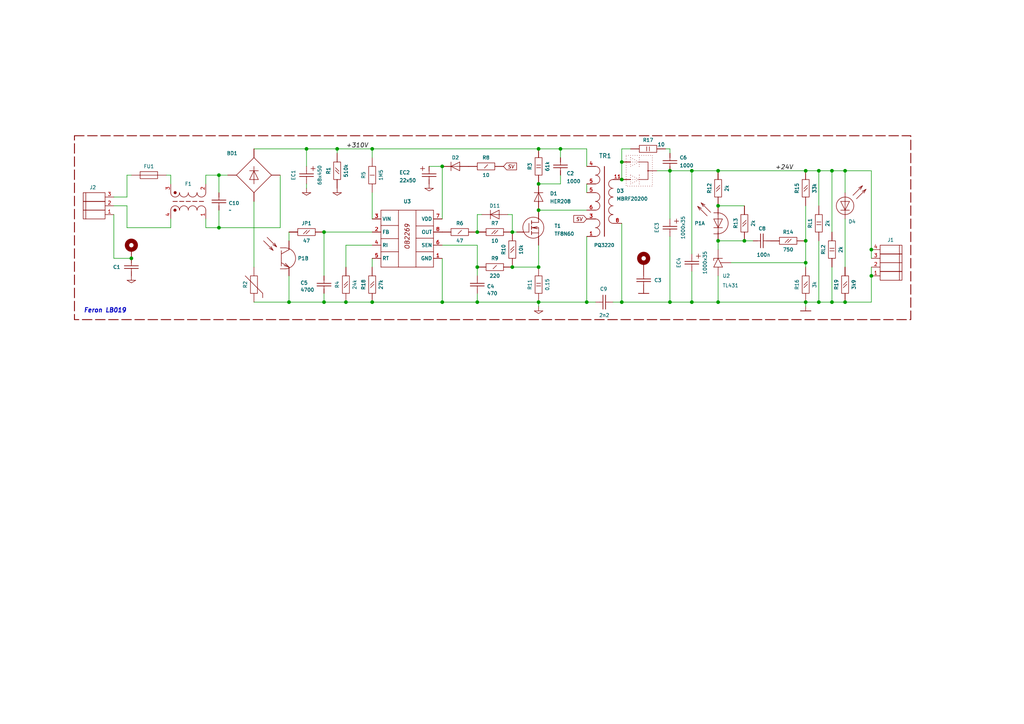
<source format=kicad_sch>
(kicad_sch (version 20231120) (generator "eeschema") (generator_version "8.0")
  (paper "A4")
  (lib_symbols
    (symbol "Mechanical:MountingHole_Pad" (pin_numbers hide) (pin_names (offset 1.016) hide) (exclude_from_sim yes) (in_bom no)
      (property "Reference" "H" (at 0 6.35 0))
      (property "Value" "MountingHole_Pad" (at 0 4.445 0))
      (symbol "MountingHole_Pad_0_1"
        (circle (center 0 1.27) (radius 1.27) (stroke (width 1.27)))
      )
      (symbol "MountingHole_Pad_1_1"
        (pin input line (at 0 -2.54 90) (length 2.54) (name "1") (number "1"))
      )
    )
    (symbol "PC817_1" (pin_numbers hide) (pin_names (offset 0) hide)
      (property "Reference" "U" (at 2.54 1.27 0))
      (property "Value" "PC817" (at 2.54 -1.27 0))
      (symbol "PC817_1_1_1"
        (polyline (pts (xy -1.27 -1.27) (xy 1.27 -1.27)))
        (polyline (pts (xy 0 2.54) (xy 0 -2.54)))
        (polyline (pts (xy 0 3.048) (xy 1.27 3.048)))
        (polyline (pts (xy 1.27 -3.048) (xy 0 -3.048)))
        (polyline (pts (xy 4.699 5.715) (xy 2.159 3.175)))
        (polyline (pts (xy 5.715 4.699) (xy 3.175 2.159)))
        (polyline (pts (xy 0 -1.27) (xy 1.27 1.27) (xy -1.27 1.27) (xy 0 -1.27)))
        (polyline (pts (xy 4.953 5.969) (xy 4.318 4.826) (xy 4.953 5.969) (xy 3.81 5.334) (xy 4.953 5.969)))
        (polyline (pts (xy 5.969 4.953) (xy 5.334 3.81) (xy 5.969 4.953) (xy 4.826 4.318) (xy 5.969 4.953)))
        (arc (start 0 3.048) (mid -2.9236 0) (end 0 -3.048))
        (pin passive line (at 0 5.08 270) (length 2.54) (name "A") (number "1"))
        (pin passive line (at 0 -5.08 90) (length 2.54) (name "C") (number "2"))
      )
      (symbol "PC817_1_2_1"
        (arc (start -1.143 -3.048) (mid 1.8918 0) (end -1.143 3.048))
        (polyline (pts (xy -4.826 2.54) (xy -7.366 5.08)))
        (polyline (pts (xy -3.81 3.556) (xy -6.35 6.096)))
        (polyline (pts (xy -2.54 3.048) (xy -1.143 3.048)))
        (polyline (pts (xy -2.2352 0) (xy -2.2352 -2.2352)))
        (polyline (pts (xy -2.2352 0) (xy -2.2352 2.2352)))
        (polyline (pts (xy -1.143 -3.048) (xy -2.54 -3.048)))
        (polyline (pts (xy 0 -2.54) (xy -2.2352 -1.27)))
        (polyline (pts (xy 0 2.5146) (xy -2.2352 1.27)))
        (polyline (pts (xy -1.0668 -1.4224) (xy 0 -2.54) (xy -1.4732 -2.0828)))
        (polyline (pts (xy -4.572 2.286) (xy -5.715 2.921) (xy -4.572 2.286) (xy -5.207 3.429) (xy -4.572 2.286)))
        (polyline (pts (xy -3.556 3.302) (xy -4.699 3.937) (xy -3.556 3.302) (xy -4.191 4.445) (xy -3.556 3.302)))
        (pin passive line (at 0 -5.08 90) (length 2.54) (name "E") (number "3"))
        (pin passive line (at 0 5.08 270) (length 2.54) (name "C") (number "4"))
      )
    )
    (symbol "_NMOSENH_1" (pin_numbers hide) (pin_names (offset 0) hide)
      (property "Reference" "VT" (at -8.89 6.35 0))
      (property "Value" "NMOSDEP" (at -8.89 3.81 0))
      (symbol "_NMOSENH_1_0_1"
        (circle (center -0.254 0) (radius 3.048))
        (polyline (pts (xy -1.524 -1.27) (xy -1.524 1.27)))
      )
      (symbol "_NMOSENH_1_1_1"
        (polyline (pts (xy -3.302 -1.27) (xy -1.524 -1.27)))
        (polyline (pts (xy -0.762 -1.524) (xy 1.27 -1.524)))
        (polyline (pts (xy -0.762 -1.016) (xy -0.762 -2.032)) (stroke (width 0.2032)))
        (polyline (pts (xy -0.762 0.508) (xy -0.762 -0.508)) (stroke (width 0.2032)))
        (polyline (pts (xy -0.762 1.524) (xy 1.27 1.524)))
        (polyline (pts (xy -0.762 2.032) (xy -0.762 1.016)) (stroke (width 0.2032)))
        (polyline (pts (xy -0.635 0) (xy 0.9144 -0.3302)))
        (polyline (pts (xy 0.9144 0.3302) (xy -0.635 0)))
        (polyline (pts (xy 1.27 0) (xy -0.635 0)))
        (polyline (pts (xy 1.27 0) (xy 1.27 -2.54)))
        (polyline (pts (xy 1.27 2.54) (xy 1.27 1.524)))
        (pin input line (at -5.08 -1.27 0) (length 1.905) (name "G") (number "1"))
        (pin input line (at 1.27 5.08 270) (length 2.54) (name "D") (number "2"))
        (pin input line (at 1.27 -5.08 90) (length 2.54) (name "S") (number "3"))
      )
    )
    (symbol "_aa40_capacitors:C_CAP" (pin_numbers hide) (pin_names (offset 0) hide)
      (property "Reference" "C" (at 0 3.81 0))
      (property "Value" "C_CAP" (at 0 -3.81 0))
      (symbol "C_CAP_1_0"
        (polyline (pts (xy -1.27 0) (xy -0.381 0)))
        (polyline (pts (xy -0.381 -2.032) (xy -0.381 2.032)) (stroke (width 0.2032)))
        (polyline (pts (xy 0.381 -2.032) (xy 0.381 2.032)) (stroke (width 0.2032)))
        (polyline (pts (xy 1.27 0) (xy 0.381 0)))
      )
      (symbol "C_CAP_1_1"
        (pin passive line (at -2.54 0 0) (length 1.27) (name "~") (number "1"))
        (pin passive line (at 2.54 0 180) (length 1.27) (name "~") (number "2"))
      )
    )
    (symbol "_aa40_capacitors:C_CAP_PLUS" (pin_numbers hide) (pin_names (offset 0) hide)
      (property "Reference" "C" (at 0 3.81 0))
      (property "Value" "C_CAP_PLUS" (at 0 -3.81 0))
      (symbol "C_CAP_PLUS_1_0"
        (polyline (pts (xy -1.27 0) (xy -0.381 0)))
        (polyline (pts (xy -0.381 -2.032) (xy -0.381 2.032)) (stroke (width 0.2032)))
        (polyline (pts (xy 0.381 -2.032) (xy 0.381 2.032)) (stroke (width 0.2032)))
        (polyline (pts (xy 1.27 0) (xy 0.381 0)))
        (polyline (pts (xy 1.905 -1.27) (xy 1.905 -2.54)))
        (polyline (pts (xy 2.54 -1.905) (xy 1.27 -1.905)))
      )
      (symbol "C_CAP_PLUS_1_1"
        (pin passive line (at 2.54 0 180) (length 1.27) (name "~") (number "1"))
        (pin passive line (at -2.54 0 0) (length 1.27) (name "~") (number "2"))
      )
    )
    (symbol "_aa40_chips:OB2269" (pin_names (offset 0.381))
      (property "Reference" "U" (at 0 8.89 0))
      (symbol "OB2269_1_1"
        (polyline (pts (xy -7.62 -8.89) (xy 7.62 -8.89)))
        (polyline (pts (xy -7.62 -4.445) (xy -2.54 -4.445)))
        (polyline (pts (xy -7.62 -0.635) (xy -2.54 -0.635)))
        (polyline (pts (xy -7.62 3.175) (xy -2.54 3.175)))
        (polyline (pts (xy -7.62 7.62) (xy -7.62 -8.89)))
        (polyline (pts (xy -7.62 7.62) (xy 7.62 7.62)))
        (polyline (pts (xy -2.54 7.62) (xy -2.54 -8.89)))
        (polyline (pts (xy 2.54 -4.445) (xy 7.62 -4.445)))
        (polyline (pts (xy 2.54 -0.508) (xy 7.62 -0.508)))
        (polyline (pts (xy 2.54 3.048) (xy 7.62 3.048)))
        (polyline (pts (xy 2.54 7.62) (xy 2.54 -8.89)))
        (polyline (pts (xy 7.62 7.62) (xy 7.62 -8.89)))
        (text "OB2269" (at 0 0 900) (effects (font (size 1.27 1.27) (italic yes))))
        (pin input line (at 10.16 -6.35 180) (length 2.54) (name "GND") (number "1"))
        (pin power_in line (at -10.16 1.27 0) (length 2.54) (name "FB") (number "2"))
        (pin input line (at -10.16 5.08 0) (length 2.54) (name "VIN") (number "3"))
        (pin free line (at -10.16 -2.54 0) (length 2.54) (name "RI") (number "4"))
        (pin power_in line (at -10.16 -6.35 0) (length 2.54) (name "RT") (number "5"))
        (pin input line (at 10.16 -2.54 180) (length 2.54) (name "SEN") (number "6"))
        (pin input line (at 10.16 5.08 180) (length 2.54) (name "VDD") (number "7"))
        (pin input line (at 10.16 1.27 180) (length 2.54) (name "OUT") (number "8"))
      )
    )
    (symbol "_aa40_connectors:Conn_3pin01" (pin_names (offset 1.016))
      (property "Reference" "J" (at -3.556 1.27 0))
      (symbol "Conn_3pin01_0_1"
        (rectangle (start -6.35 -5.08) (end 0 -7.62))
        (rectangle (start -6.35 -2.54) (end 0 -5.08))
        (rectangle (start -6.35 0) (end 0 -2.54))
        (polyline (pts (xy -0.762 0) (xy -0.762 -7.62)))
      )
      (symbol "Conn_3pin01_1_1"
        (pin passive line (at -8.89 -1.27 0) (length 2.54) (name "~") (number "1"))
        (pin passive line (at -8.89 -3.81 0) (length 2.54) (name "~") (number "2"))
        (pin passive line (at -8.89 -6.35 0) (length 2.54) (name "~") (number "3"))
      )
    )
    (symbol "_aa40_connectors:Conn_4pin01" (pin_names (offset 1.016))
      (property "Reference" "J" (at -3.556 1.27 0))
      (symbol "Conn_4pin01_0_1"
        (rectangle (start -6.35 -7.62) (end 0 -10.16))
        (rectangle (start -6.35 -5.08) (end 0 -7.62))
        (rectangle (start -6.35 -2.54) (end 0 -5.08))
        (rectangle (start -6.35 0) (end 0 -2.54))
        (polyline (pts (xy -0.762 0) (xy -0.762 -10.16)))
      )
      (symbol "Conn_4pin01_1_1"
        (pin passive line (at -8.89 -1.27 0) (length 2.54) (name "~") (number "1"))
        (pin passive line (at -8.89 -3.81 0) (length 2.54) (name "~") (number "2"))
        (pin passive line (at -8.89 -6.35 0) (length 2.54) (name "~") (number "3"))
        (pin passive line (at -8.89 -8.89 0) (length 2.54) (name "~") (number "4"))
      )
    )
    (symbol "_aa40_diodes:BRIDGE" (pin_numbers hide) (pin_names (offset 0) hide)
      (property "Reference" "VD" (at 6.35 6.35 0))
      (property "Value" "BRIDGE" (at 6.35 3.81 0))
      (symbol "BRIDGE_0_1"
        (polyline (pts (xy -5.08 0) (xy 0 -5.08)))
        (polyline (pts (xy -5.08 0) (xy 0 5.08)))
        (polyline (pts (xy -1.27 0) (xy -2.54 0)))
        (polyline (pts (xy 0 -5.08) (xy 5.08 0)))
        (polyline (pts (xy 0 5.08) (xy 5.08 0)))
        (polyline (pts (xy 2.54 0) (xy 1.27 0)))
      )
      (symbol "BRIDGE_1_1"
        (polyline (pts (xy -1.27 -1.27) (xy 1.27 0)))
        (polyline (pts (xy -1.27 0) (xy 1.27 0)))
        (polyline (pts (xy -1.27 1.27) (xy -1.27 -1.27)))
        (polyline (pts (xy -1.27 1.27) (xy 1.27 0)))
        (polyline (pts (xy 1.27 1.27) (xy 1.27 -1.27)))
        (pin passive line (at 7.62 0 180) (length 2.54) (name "+") (number "1"))
        (pin passive line (at 0 7.62 270) (length 2.54) (name "~") (number "2"))
        (pin passive line (at 0 -7.62 90) (length 2.54) (name "~") (number "3"))
        (pin passive line (at -7.62 0 0) (length 2.54) (name "-") (number "4"))
      )
    )
    (symbol "_aa40_diodes:DIODE" (pin_numbers hide) (pin_names (offset 0) hide)
      (property "Reference" "VD" (at 0 2.54 0))
      (property "Value" "DIODE" (at 0 -2.54 0))
      (symbol "DIODE_1_1"
        (polyline (pts (xy -1.27 -1.27) (xy 1.27 0)))
        (polyline (pts (xy -1.27 0) (xy 1.27 0)))
        (polyline (pts (xy -1.27 1.27) (xy -1.27 -1.27)))
        (polyline (pts (xy -1.27 1.27) (xy 1.27 0)))
        (polyline (pts (xy 1.27 1.27) (xy 1.27 -1.27)))
        (pin passive line (at 3.81 0 180) (length 2.54) (name "C") (number "1"))
        (pin passive line (at -3.81 0 0) (length 2.54) (name "A") (number "2"))
      )
    )
    (symbol "_aa40_diodes:LED1" (pin_numbers hide) (pin_names (offset 0) hide)
      (property "Reference" "D" (at 0 3.81 0))
      (property "Value" "LED" (at 0 -3.81 0))
      (symbol "LED1_0_1"
        (circle (center 0 0) (radius 2.54))
      )
      (symbol "LED1_1_1"
        (polyline (pts (xy -5.588 4.826) (xy -3.048 2.286)))
        (polyline (pts (xy -4.572 5.842) (xy -2.032 3.302)))
        (polyline (pts (xy -1.27 -1.27) (xy 1.27 0)))
        (polyline (pts (xy -1.27 0) (xy 1.27 0)))
        (polyline (pts (xy -1.27 1.27) (xy -1.27 -1.27)))
        (polyline (pts (xy -1.27 1.27) (xy 1.27 0)))
        (polyline (pts (xy 1.27 1.27) (xy 1.27 -1.27)))
        (polyline (pts (xy -5.842 5.08) (xy -4.699 4.445) (xy -5.842 5.08) (xy -5.207 3.937) (xy -5.842 5.08)))
        (polyline (pts (xy -4.826 6.096) (xy -3.683 5.461) (xy -4.826 6.096) (xy -4.191 4.953) (xy -4.826 6.096)))
        (pin passive line (at 3.81 0 180) (length 2.54) (name "C") (number "1"))
        (pin passive line (at -3.81 0 0) (length 2.54) (name "A") (number "2"))
      )
    )
    (symbol "_aa40_diodes:MBR30200" (pin_numbers hide) (pin_names (offset 1.016) hide)
      (property "Reference" "VD" (at 1.27 5.715 0))
      (property "Value" "30200" (at 1.27 -5.715 0))
      (symbol "MBR30200_0_1"
        (polyline (pts (xy 1.27 2.54) (xy 3.81 2.54) (xy 3.81 -2.54) (xy 1.27 -2.54)))
        (circle (center 3.81 0) (radius 0.1295))
      )
      (symbol "MBR30200_1_1"
        (rectangle (start -2.54 4.445) (end 5.08 -4.445) (stroke (width 0) (type dot)))
        (polyline (pts (xy -1.27 -3.81) (xy 1.27 -2.54)))
        (polyline (pts (xy -1.27 -2.54) (xy 1.27 -2.54)))
        (polyline (pts (xy -1.27 -1.27) (xy -1.27 -3.81)))
        (polyline (pts (xy -1.27 -1.27) (xy 1.27 -2.54)))
        (polyline (pts (xy -1.27 1.27) (xy 1.27 2.54)))
        (polyline (pts (xy -1.27 2.54) (xy 1.27 2.54)))
        (polyline (pts (xy -1.27 3.81) (xy -1.27 1.27)))
        (polyline (pts (xy -1.27 3.81) (xy 1.27 2.54)))
        (polyline (pts (xy 1.27 -3.81) (xy 0.635 -3.81)))
        (polyline (pts (xy 1.27 -1.27) (xy 1.27 -3.81)))
        (polyline (pts (xy 1.27 -1.27) (xy 1.778 -1.27)))
        (polyline (pts (xy 1.27 1.27) (xy 0.635 1.27)))
        (polyline (pts (xy 1.27 3.81) (xy 1.27 1.27)))
        (polyline (pts (xy 1.27 3.81) (xy 1.778 3.81)))
        (pin passive line (at -3.81 2.54 0) (length 2.54) (name "A1") (number "1"))
        (pin passive line (at 6.35 0 180) (length 2.54) (name "K") (number "2"))
        (pin passive line (at -3.81 -2.54 0) (length 2.54) (name "A2") (number "3"))
      )
    )
    (symbol "_aa40_diodes:PC817" (pin_numbers hide) (pin_names (offset 0) hide)
      (property "Reference" "U" (at 2.54 1.27 0))
      (property "Value" "PC817" (at 2.54 -1.27 0))
      (symbol "PC817_1_1"
        (polyline (pts (xy -1.27 -1.27) (xy 1.27 -1.27)))
        (polyline (pts (xy 0 2.54) (xy 0 -2.54)))
        (polyline (pts (xy 0 3.048) (xy 1.27 3.048)))
        (polyline (pts (xy 1.27 -3.048) (xy 0 -3.048)))
        (polyline (pts (xy 4.699 5.715) (xy 2.159 3.175)))
        (polyline (pts (xy 5.715 4.699) (xy 3.175 2.159)))
        (polyline (pts (xy 0 -1.27) (xy 1.27 1.27) (xy -1.27 1.27) (xy 0 -1.27)))
        (polyline (pts (xy 4.953 5.969) (xy 4.318 4.826) (xy 4.953 5.969) (xy 3.81 5.334) (xy 4.953 5.969)))
        (polyline (pts (xy 5.969 4.953) (xy 5.334 3.81) (xy 5.969 4.953) (xy 4.826 4.318) (xy 5.969 4.953)))
        (arc (start 0 3.048) (mid -2.9236 0) (end 0 -3.048))
        (pin passive line (at 0 5.08 270) (length 2.54) (name "A") (number "1"))
        (pin passive line (at 0 -5.08 90) (length 2.54) (name "C") (number "2"))
      )
      (symbol "PC817_2_1"
        (arc (start -1.143 -3.048) (mid 1.8918 0) (end -1.143 3.048))
        (polyline (pts (xy -4.826 2.54) (xy -7.366 5.08)))
        (polyline (pts (xy -3.81 3.556) (xy -6.35 6.096)))
        (polyline (pts (xy -2.54 3.048) (xy -1.143 3.048)))
        (polyline (pts (xy -2.2352 0) (xy -2.2352 -2.2352)))
        (polyline (pts (xy -2.2352 0) (xy -2.2352 2.2352)))
        (polyline (pts (xy -1.143 -3.048) (xy -2.54 -3.048)))
        (polyline (pts (xy 0 -2.54) (xy -2.2352 -1.27)))
        (polyline (pts (xy 0 2.5146) (xy -2.2352 1.27)))
        (polyline (pts (xy -1.0668 -1.4224) (xy 0 -2.54) (xy -1.4732 -2.0828)))
        (polyline (pts (xy -4.572 2.286) (xy -5.715 2.921) (xy -4.572 2.286) (xy -5.207 3.429) (xy -4.572 2.286)))
        (polyline (pts (xy -3.556 3.302) (xy -4.699 3.937) (xy -3.556 3.302) (xy -4.191 4.445) (xy -3.556 3.302)))
        (pin passive line (at 0 -5.08 90) (length 2.54) (name "E") (number "3"))
        (pin passive line (at 0 5.08 270) (length 2.54) (name "C") (number "4"))
      )
    )
    (symbol "_aa40_diodes:TL431LP" (pin_numbers hide) (pin_names hide)
      (property "Reference" "U" (at 2.54 1.27 0))
      (property "Value" "TL431LP" (at 2.54 -1.27 0))
      (symbol "TL431LP_0_1"
        (polyline (pts (xy -1.27 0) (xy -0.635 0)))
      )
      (symbol "TL431LP_1_1"
        (polyline (pts (xy -1.27 -1.27) (xy 0 1.27)))
        (polyline (pts (xy -1.27 -1.27) (xy 1.27 -1.27)))
        (polyline (pts (xy -1.27 1.27) (xy 1.27 1.27)))
        (polyline (pts (xy 1.27 -1.27) (xy 0 1.27)))
        (polyline (pts (xy 1.27 1.27) (xy 1.27 0.635)))
        (pin passive line (at -3.81 0 0) (length 2.54) (name "REF") (number "1"))
        (pin passive line (at 0 -3.81 90) (length 2.54) (name "A") (number "2"))
        (pin passive line (at 0 3.81 270) (length 2.54) (name "K") (number "3"))
      )
    )
    (symbol "_aa40_misc:FUSE" (pin_numbers hide) (pin_names (offset 0) hide)
      (property "Reference" "FU" (at 0 2.54 0))
      (property "Value" "1A" (at 0 -2.54 0))
      (symbol "FUSE_0_1"
        (rectangle (start -2.54 1.016) (end 2.54 -1.016))
        (polyline (pts (xy -2.54 0) (xy 2.54 0)))
      )
      (symbol "FUSE_1_1"
        (pin passive line (at -5.08 0 0) (length 2.54) (name "~") (number "1"))
        (pin passive line (at 5.08 0 180) (length 2.54) (name "~") (number "2"))
      )
    )
    (symbol "_aa40_misc:GND" (power) (pin_numbers hide) (pin_names (offset 0) hide)
      (symbol "GND_1_1"
        (polyline (pts (xy -1.524 0) (xy 1.524 0)) (stroke (width 0.2032)))
        (pin power_in line (at 0 1.27 270) (length 1.27) (name "GND") (number "1"))
      )
    )
    (symbol "_aa40_misc:GND1" (power) (pin_numbers hide) (pin_names (offset 0) hide)
      (property "Value" "GND1" (at 0 -3.81 0))
      (symbol "GND1_0_1"
        (polyline (pts (xy 0 0) (xy 0 -1.27) (xy 1.27 -1.27) (xy 0 -2.032) (xy -1.27 -1.27) (xy 0 -1.27)))
      )
      (symbol "GND1_1_1"
        (pin power_in line (at 0 0 270) (length 0) hide (name "GND1") (number "1"))
      )
    )
    (symbol "_aa40_resistors:R_RES_0.125W" (pin_numbers hide) (pin_names (offset 0) hide)
      (property "Reference" "R" (at 0 2.54 0))
      (property "Value" "R_RES_0.125W" (at 0 -2.54 0))
      (symbol "R_RES_0.125W_1_0"
        (rectangle (start -2.54 1.016) (end 2.54 -1.016))
        (polyline (pts (xy 2.54 0) (xy 5.08 0)))
      )
      (symbol "R_RES_0.125W_1_1"
        (polyline (pts (xy -0.889 0.508) (xy 0.127 -0.508)))
        (polyline (pts (xy -0.127 0.508) (xy 0.889 -0.508)))
        (pin passive line (at -5.08 0 0) (length 2.54) (name "~") (number "1"))
        (pin passive line (at 5.08 0 180) (length 2.54) (name "~") (number "2"))
      )
    )
    (symbol "_aa40_resistors:R_RES_0.25" (pin_numbers hide) (pin_names (offset 0) hide)
      (property "Reference" "R" (at 0 2.54 0))
      (property "Value" "R_RES_0.25W" (at 0 -2.54 0))
      (symbol "R_RES_0.25_1_0"
        (rectangle (start -2.54 1.016) (end 2.54 -1.016))
      )
      (symbol "R_RES_0.25_1_1"
        (polyline (pts (xy 0.508 -0.508) (xy -0.508 0.508)))
        (pin passive line (at -5.08 0 0) (length 2.54) (name "~") (number "1"))
        (pin passive line (at 5.08 0 180) (length 2.54) (name "~") (number "2"))
      )
    )
    (symbol "_aa40_resistors:R_RES_1.0W" (pin_numbers hide) (pin_names (offset 0) hide)
      (property "Reference" "R" (at 0 2.54 0))
      (property "Value" "R_RES_1.0W" (at 0 -2.54 0))
      (symbol "R_RES_1.0W_1_0"
        (rectangle (start -2.54 1.016) (end 2.54 -1.016))
      )
      (symbol "R_RES_1.0W_1_1"
        (polyline (pts (xy 0 0.635) (xy 0 -0.635)))
        (pin passive line (at -5.08 0 0) (length 2.54) (name "~") (number "1"))
        (pin passive line (at 5.08 0 180) (length 2.54) (name "~") (number "2"))
      )
    )
    (symbol "_aa40_resistors:R_RES_2.0W" (pin_numbers hide) (pin_names (offset 0) hide)
      (property "Reference" "R" (at 0 2.54 0))
      (property "Value" "R_RES_2.0W" (at 0 -2.54 0))
      (symbol "R_RES_2.0W_1_0"
        (rectangle (start -2.54 1.016) (end 2.54 -1.016))
      )
      (symbol "R_RES_2.0W_1_1"
        (polyline (pts (xy -0.381 0.635) (xy -0.381 -0.635)))
        (polyline (pts (xy 0.381 0.6096) (xy 0.381 -0.635)))
        (pin passive line (at -5.08 0 0) (length 2.54) (name "~") (number "1"))
        (pin passive line (at 5.08 0 180) (length 2.54) (name "~") (number "2"))
      )
    )
    (symbol "_aa40_resistors:R_TERM1" (pin_numbers hide) (pin_names (offset 0) hide)
      (property "Reference" "R" (at 0 2.54 0))
      (symbol "R_TERM1_0_1"
        (rectangle (start -2.54 1.016) (end 2.54 -1.016))
        (polyline (pts (xy -2.54 -2.54) (xy -3.81 -2.54)))
        (polyline (pts (xy -2.54 -2.54) (xy 2.54 2.54)))
      )
      (symbol "R_TERM1_1_1"
        (pin passive line (at -5.08 0 0) (length 2.54) (name "~") (number "1"))
        (pin passive line (at 5.08 0 180) (length 2.54) (name "~") (number "2"))
      )
    )
    (symbol "_aa40_transformers:EMIF02" (pin_names (offset 0) hide)
      (property "Reference" "F" (at 0 5.08 0))
      (symbol "EMIF02_1_1"
        (arc (start -5.08 2.54) (mid -3.81 1.2755) (end -2.54 2.54))
        (arc (start -2.54 -2.54) (mid -3.81 -1.2755) (end -5.08 -2.54))
        (arc (start -2.54 2.54) (mid -1.27 1.2755) (end 0 2.54))
        (arc (start 0 -2.54) (mid -1.27 -1.2755) (end -2.54 -2.54))
        (polyline (pts (xy -4.445 0) (xy -3.175 0)) (stroke (width 0.2032)))
        (polyline (pts (xy -2.54 0) (xy -1.27 0)) (stroke (width 0.2032)))
        (polyline (pts (xy -0.635 0) (xy 0.635 0)) (stroke (width 0.2032)))
        (polyline (pts (xy 1.27 0) (xy 2.54 0)) (stroke (width 0.2032)))
        (polyline (pts (xy 3.175 0) (xy 4.445 0)) (stroke (width 0.2032)))
        (arc (start 0 2.54) (mid 1.27 1.2755) (end 2.54 2.54))
        (arc (start 2.54 -2.54) (mid 1.27 -1.2755) (end 0 -2.54))
        (arc (start 2.54 2.54) (mid 3.81 1.2755) (end 5.08 2.54))
        (circle (center 3.81 2.54) (radius 0.3592) (fill (type outline)))
        (circle (center 3.8608 -2.54) (radius 0.3592) (fill (type outline)))
        (arc (start 5.08 -2.54) (mid 3.81 -1.2755) (end 2.54 -2.54))
        (pin passive line (at -5.08 -5.08 90) (length 2.54) (name "~") (number "1"))
        (pin passive line (at -5.08 5.08 270) (length 2.54) (name "~") (number "2"))
        (pin passive line (at 5.08 5.08 270) (length 2.54) (name "~") (number "3"))
        (pin passive line (at 5.08 -5.08 90) (length 2.54) (name "~") (number "4"))
      )
    )
    (symbol "_aa40_transformers:Transformer_Feron1" (pin_names (offset 1.016) hide)
      (property "Reference" "TR1" (at 0.254 13.208 0))
      (symbol "Transformer_Feron1_0_1"
        (rectangle (start 0 10.16) (end 0.0762 -10.16))
      )
      (symbol "Transformer_Feron1_1_1"
        (arc (start -2.54 -10.16) (mid -1.2755 -8.89) (end -2.54 -7.62))
        (arc (start -2.54 -7.62) (mid -1.2755 -6.35) (end -2.54 -5.08))
        (arc (start -2.54 -2.54) (mid -1.2755 -1.27) (end -2.54 0))
        (arc (start -2.54 0) (mid -1.2755 1.27) (end -2.54 2.54))
        (arc (start -2.54 5.08) (mid -1.2755 6.35) (end -2.54 7.62))
        (arc (start -2.54 7.62) (mid -1.2755 8.89) (end -2.54 10.16))
        (arc (start 2.5345 1.27) (mid 1.27 0) (end 2.5345 -1.27))
        (arc (start 2.54 -3.81) (mid 1.2755 -5.08) (end 2.54 -6.35))
        (arc (start 2.54 -1.27) (mid 1.2755 -2.54) (end 2.54 -3.81))
        (arc (start 2.54 3.81) (mid 1.2755 2.54) (end 2.54 1.27))
        (arc (start 2.54 6.35) (mid 1.2755 5.08) (end 2.54 3.81))
        (pin passive line (at -5.08 -10.16 0) (length 2.54) (name "~") (number "1"))
        (pin passive line (at 5.08 6.35 180) (length 2.54) hide (name "~") (number "10"))
        (pin passive line (at 5.08 6.35 180) (length 2.54) (name "~") (number "11"))
        (pin passive line (at 5.08 6.35 180) (length 2.54) hide (name "~") (number "12"))
        (pin passive line (at -5.08 -5.08 0) (length 2.54) (name "~") (number "3"))
        (pin passive line (at -5.08 10.16 0) (length 2.54) (name "~") (number "4"))
        (pin passive line (at -5.08 2.54 0) (length 2.54) (name "~") (number "5"))
        (pin passive line (at -5.08 5.08 0) (length 2.54) (name "~") (number "5"))
        (pin passive line (at -5.08 -2.54 0) (length 2.54) (name "~") (number "6"))
        (pin passive line (at 5.08 -6.35 180) (length 2.54) hide (name "~") (number "7"))
        (pin passive line (at 5.08 -6.35 180) (length 2.54) (name "~") (number "8"))
        (pin passive line (at 5.08 -6.35 180) (length 2.54) hide (name "~") (number "9"))
      )
    )
  )
  (junction (at 245.11 49.53))
  (junction (at 148.59 67.31))
  (junction (at 93.98 67.31))
  (junction (at 156.21 60.96))
  (junction (at 194.31 49.53))
  (junction (at 200.66 87.63))
  (junction (at 208.28 69.85))
  (junction (at 233.68 49.53))
  (junction (at 138.43 67.31))
  (junction (at 93.98 87.63))
  (junction (at 252.73 72.39))
  (junction (at 200.66 49.53))
  (junction (at 194.31 87.63))
  (junction (at 107.95 87.63))
  (junction (at 180.34 52.07))
  (junction (at 180.34 87.63))
  (junction (at 245.11 87.63))
  (junction (at 241.3 87.63))
  (junction (at 170.18 87.63))
  (junction (at 148.59 77.47))
  (junction (at 138.43 87.63))
  (junction (at 128.27 48.26))
  (junction (at 237.49 87.63))
  (junction (at 252.73 80.01))
  (junction (at 38.1 74.93))
  (junction (at 233.68 69.85))
  (junction (at 88.9 43.18))
  (junction (at 100.33 87.63))
  (junction (at 233.68 87.63))
  (junction (at 156.21 43.18))
  (junction (at 63.5 50.8))
  (junction (at 156.21 87.63))
  (junction (at 162.56 43.18))
  (junction (at 208.28 49.53))
  (junction (at 237.49 49.53))
  (junction (at 156.21 53.34))
  (junction (at 241.3 49.53))
  (junction (at 233.68 76.2))
  (junction (at 128.27 87.63))
  (junction (at 208.28 59.69))
  (junction (at 180.34 46.99))
  (junction (at 138.43 77.47))
  (junction (at 107.95 43.18))
  (junction (at 63.5 66.04))
  (junction (at 83.82 87.63))
  (junction (at 215.9 69.85))
  (junction (at 208.28 87.63))
  (junction (at 97.79 43.18))
  (junction (at 156.21 77.47))
  (wire (pts (xy 233.68 88.9) (xy 233.68 87.63)))
  (wire (pts (xy 237.49 87.63) (xy 233.68 87.63)))
  (wire (pts (xy 180.34 43.18) (xy 180.34 46.99)))
  (wire (pts (xy 83.82 87.63) (xy 93.98 87.63)))
  (wire (pts (xy 212.09 76.2) (xy 233.68 76.2)))
  (wire (pts (xy 200.66 49.53) (xy 208.28 49.53)))
  (wire (pts (xy 139.7 62.23) (xy 138.43 62.23)))
  (wire (pts (xy 208.28 69.85) (xy 215.9 69.85)))
  (wire (pts (xy 63.5 50.8) (xy 59.69 50.8)))
  (wire (pts (xy 49.53 66.04) (xy 49.53 63.5)))
  (wire (pts (xy 107.95 55.88) (xy 107.95 63.5)))
  (wire (pts (xy 138.43 87.63) (xy 138.43 85.09)))
  (wire (pts (xy 97.79 43.18) (xy 107.95 43.18)))
  (wire (pts (xy 252.73 72.39) (xy 252.73 49.53)))
  (wire (pts (xy 33.02 62.23) (xy 33.02 74.93)))
  (wire (pts (xy 241.3 87.63) (xy 237.49 87.63)))
  (wire (pts (xy 237.49 49.53) (xy 233.68 49.53)))
  (wire (pts (xy 93.98 85.09) (xy 93.98 87.63)))
  (wire (pts (xy 233.68 69.85) (xy 233.68 76.2)))
  (wire (pts (xy 128.27 74.93) (xy 128.27 87.63)))
  (wire (pts (xy 208.28 87.63) (xy 233.68 87.63)))
  (wire (pts (xy 237.49 59.69) (xy 237.49 49.53)))
  (wire (pts (xy 208.28 87.63) (xy 208.28 80.01)))
  (wire (pts (xy 252.73 87.63) (xy 245.11 87.63)))
  (wire (pts (xy 252.73 72.39) (xy 252.73 74.93)))
  (wire (pts (xy 241.3 67.31) (xy 241.3 49.53)))
  (wire (pts (xy 245.11 49.53) (xy 241.3 49.53)))
  (wire (pts (xy 215.9 69.85) (xy 218.44 69.85)))
  (wire (pts (xy 93.98 80.01) (xy 93.98 67.31)))
  (wire (pts (xy 200.66 87.63) (xy 208.28 87.63)))
  (wire (pts (xy 200.66 73.66) (xy 200.66 49.53)))
  (wire (pts (xy 208.28 49.53) (xy 233.68 49.53)))
  (wire (pts (xy 66.04 50.8) (xy 63.5 50.8)))
  (wire (pts (xy 107.95 45.72) (xy 107.95 43.18)))
  (wire (pts (xy 63.5 60.96) (xy 63.5 66.04)))
  (wire (pts (xy 73.66 58.42) (xy 73.66 77.47)))
  (wire (pts (xy 48.26 50.8) (xy 49.53 50.8)))
  (wire (pts (xy 107.95 43.18) (xy 156.21 43.18)))
  (wire (pts (xy 93.98 67.31) (xy 107.95 67.31)))
  (wire (pts (xy 128.27 71.12) (xy 138.43 71.12)))
  (wire (pts (xy 237.49 69.85) (xy 237.49 87.63)))
  (wire (pts (xy 100.33 77.47) (xy 100.33 71.12)))
  (wire (pts (xy 170.18 87.63) (xy 172.72 87.63)))
  (wire (pts (xy 36.83 59.69) (xy 33.02 59.69)))
  (wire (pts (xy 156.21 87.63) (xy 138.43 87.63)))
  (wire (pts (xy 63.5 66.04) (xy 59.69 66.04)))
  (wire (pts (xy 138.43 71.12) (xy 138.43 77.47)))
  (wire (pts (xy 88.9 43.18) (xy 97.79 43.18)))
  (wire (pts (xy 100.33 87.63) (xy 107.95 87.63)))
  (wire (pts (xy 138.43 62.23) (xy 138.43 67.31)))
  (wire (pts (xy 81.28 50.8) (xy 81.28 66.04)))
  (wire (pts (xy 93.98 87.63) (xy 100.33 87.63)))
  (wire (pts (xy 100.33 71.12) (xy 107.95 71.12)))
  (wire (pts (xy 180.34 64.77) (xy 180.34 87.63)))
  (wire (pts (xy 170.18 68.58) (xy 170.18 87.63)))
  (wire (pts (xy 49.53 50.8) (xy 49.53 53.34)))
  (wire (pts (xy 241.3 49.53) (xy 237.49 49.53)))
  (wire (pts (xy 252.73 49.53) (xy 245.11 49.53)))
  (wire (pts (xy 245.11 55.88) (xy 245.11 49.53)))
  (wire (pts (xy 194.31 43.18) (xy 193.04 43.18)))
  (wire (pts (xy 83.82 69.85) (xy 83.82 67.31)))
  (wire (pts (xy 177.8 87.63) (xy 180.34 87.63)))
  (wire (pts (xy 128.27 48.26) (xy 124.46 48.26)))
  (wire (pts (xy 148.59 62.23) (xy 148.59 67.31)))
  (wire (pts (xy 128.27 87.63) (xy 138.43 87.63)))
  (wire (pts (xy 245.11 63.5) (xy 245.11 77.47)))
  (wire (pts (xy 241.3 77.47) (xy 241.3 87.63)))
  (wire (pts (xy 36.83 66.04) (xy 36.83 59.69)))
  (wire (pts (xy 83.82 80.01) (xy 83.82 87.63)))
  (wire (pts (xy 88.9 43.18) (xy 88.9 48.26)))
  (wire (pts (xy 194.31 49.53) (xy 190.5 49.53)))
  (wire (pts (xy 162.56 43.18) (xy 170.18 43.18)))
  (wire (pts (xy 63.5 50.8) (xy 63.5 55.88)))
  (wire (pts (xy 59.69 66.04) (xy 59.69 63.5)))
  (wire (pts (xy 180.34 46.99) (xy 180.34 52.07)))
  (wire (pts (xy 156.21 60.96) (xy 170.18 60.96)))
  (wire (pts (xy 59.69 50.8) (xy 59.69 53.34)))
  (wire (pts (xy 107.95 87.63) (xy 128.27 87.63)))
  (wire (pts (xy 208.28 59.69) (xy 215.9 59.69)))
  (wire (pts (xy 252.73 77.47) (xy 252.73 80.01)))
  (wire (pts (xy 33.02 74.93) (xy 38.1 74.93)))
  (wire (pts (xy 252.73 80.01) (xy 252.73 87.63)))
  (wire (pts (xy 33.02 57.15) (xy 36.83 57.15)))
  (wire (pts (xy 156.21 43.18) (xy 162.56 43.18)))
  (wire (pts (xy 194.31 68.58) (xy 194.31 87.63)))
  (wire (pts (xy 170.18 87.63) (xy 156.21 87.63)))
  (wire (pts (xy 233.68 76.2) (xy 233.68 77.47)))
  (wire (pts (xy 97.79 43.18) (xy 97.79 44.45)))
  (wire (pts (xy 170.18 43.18) (xy 170.18 48.26)))
  (wire (pts (xy 194.31 87.63) (xy 200.66 87.63)))
  (wire (pts (xy 162.56 53.34) (xy 156.21 53.34)))
  (wire (pts (xy 88.9 54.61) (xy 88.9 53.34)))
  (wire (pts (xy 194.31 49.53) (xy 194.31 63.5)))
  (wire (pts (xy 194.31 49.53) (xy 200.66 49.53)))
  (wire (pts (xy 148.59 77.47) (xy 156.21 77.47)))
  (wire (pts (xy 73.66 43.18) (xy 88.9 43.18)))
  (wire (pts (xy 162.56 50.8) (xy 162.56 53.34)))
  (wire (pts (xy 156.21 88.9) (xy 156.21 87.63)))
  (wire (pts (xy 128.27 48.26) (xy 128.27 63.5)))
  (wire (pts (xy 49.53 66.04) (xy 36.83 66.04)))
  (wire (pts (xy 200.66 78.74) (xy 200.66 87.63)))
  (wire (pts (xy 36.83 57.15) (xy 36.83 50.8)))
  (wire (pts (xy 194.31 43.18) (xy 194.31 44.45)))
  (wire (pts (xy 107.95 74.93) (xy 107.95 77.47)))
  (wire (pts (xy 233.68 59.69) (xy 233.68 69.85)))
  (wire (pts (xy 180.34 43.18) (xy 182.88 43.18)))
  (wire (pts (xy 147.32 62.23) (xy 148.59 62.23)))
  (wire (pts (xy 73.66 87.63) (xy 83.82 87.63)))
  (wire (pts (xy 170.18 53.34) (xy 170.18 55.88)))
  (wire (pts (xy 138.43 80.01) (xy 138.43 77.47)))
  (wire (pts (xy 208.28 69.85) (xy 208.28 72.39)))
  (wire (pts (xy 36.83 50.8) (xy 38.1 50.8)))
  (wire (pts (xy 149.86 67.31) (xy 148.59 67.31)))
  (wire (pts (xy 180.34 87.63) (xy 194.31 87.63)))
  (wire (pts (xy 156.21 71.12) (xy 156.21 77.47)))
  (wire (pts (xy 81.28 66.04) (xy 63.5 66.04)))
  (wire (pts (xy 245.11 87.63) (xy 241.3 87.63)))
  (wire (pts (xy 162.56 43.18) (xy 162.56 45.72)))
  (rectangle (start 21.59 39.37) (end 264.16 92.71) (stroke (width 0.254) (type dash) (color 132 0 0 1)))
  (text "Feron LB019" (at 30.48 90.17 0) (effects (font (size 1.27 1.27) (thickness 0.254) (bold yes) (italic yes))))
  (label "+24V" (at 224.79 49.53 0) (effects (font (italic yes))))
  (label "+310V" (at 100.33 43.18 0) (effects (font (italic yes))))
  (global_label "SV" (shape input) (at 170.18 63.5 180) (effects (font (size 1.016 1.016) (italic yes))) (property "Intersheetrefs" "${INTERSHEET_REFS}" (effects (hide yes))))
  (global_label "SV" (shape input) (at 146.05 48.26 0) (effects (font (size 1.016 1.016) (italic yes))) (property "Intersheetrefs" "${INTERSHEET_REFS}" (effects (hide yes))))
  (symbol (lib_id "_aa40_resistors:R_RES_2.0W") (at 187.96 43.18 0) (unit 1)
    (property "Reference" "R17" (at 187.96 40.64 0) (effects (font (size 1.016 1.016))))
    (property "Value" "10" (at 191.77 41.91 0) (effects (font (size 1.016 1.016))))
    (property "Footprint" "Resistor_THT:R_Axial_DIN0516_L15.5mm_D5.0mm_P20.32mm_Horizontal" (effects (hide yes)))
    (property "Datasheet" "https://eandc.ru/pdf/rezistor/s2-33n.pdf" (effects (hide yes)))
    (property "Description" "Резистор 2.0 Ватт" (effects (hide yes)))
  )
  (symbol (lib_id "_aa40_misc:GND1") (at 97.79 54.61 0) (unit 1)
    (property "Reference" "#PWR01" (effects (hide yes)))
    (property "Value" "GND1" (effects (hide yes)))
    (property "Description" "Power symbol creates a global label with name \"GND1\" , ground" (effects (hide yes)))
  )
  (symbol (lib_id "_aa40_capacitors:C_CAP") (at 93.98 82.55 90) (unit 1)
    (property "Reference" "C5" (at 87.122 82.042 90) (effects (font (size 1.016 1.016)) (justify right)))
    (property "Value" "4700" (at 87.122 84.074 90) (effects (font (size 1.016 1.016)) (justify right)))
    (property "Footprint" "Capacitor_THT:C_Disc_D5.0mm_W2.5mm_P5.00mm" (effects (hide yes)))
    (property "Description" "Конденсатор постоянной емкости" (effects (hide yes)))
  )
  (symbol (lib_id "_aa40_capacitors:C_CAP_PLUS") (at 124.46 50.8 270) (mirror x) (unit 1)
    (property "Reference" "EC2" (at 115.824 50.038 90) (effects (font (size 1.016 1.016)) (justify left)))
    (property "Value" "22x50" (at 115.824 52.324 90) (effects (font (size 1.016 1.016)) (justify left)))
    (property "Footprint" "Capacitor_THT:CP_Radial_D6.3mm_P2.50mm" (effects (hide yes)))
    (property "Description" "Конденсатор полярный" (effects (hide yes)))
  )
  (symbol (lib_id "_aa40_resistors:R_RES_0.125W") (at 88.9 67.31 0) (mirror y) (unit 1)
    (property "Reference" "JP1" (at 88.9 64.77 0) (effects (font (size 1.016 1.016))))
    (property "Value" "47" (at 88.9 69.85 0) (effects (font (size 1.016 1.016))))
    (property "Footprint" "Resistor_THT:R_Axial_DIN0207_L6.3mm_D2.5mm_P10.16mm_Horizontal" (effects (hide yes)))
    (property "Description" "Резистор 0.125 Ватт" (effects (hide yes)))
  )
  (symbol (lib_id "_aa40_misc:GND") (at 233.68 90.17 0) (unit 1)
    (property "Reference" "#PWR02" (effects (hide yes)))
    (property "Value" "GND" (effects (hide yes)))
    (property "Description" "Соединение с общим проводом (корпусом)" (effects (hide yes)))
  )
  (symbol (lib_id "_aa40_resistors:R_RES_0.125W") (at 107.95 82.55 90) (unit 1)
    (property "Reference" "R18" (at 105.41 82.55 0) (effects (font (size 1.016 1.016))))
    (property "Value" "27k" (at 110.49 82.55 0) (effects (font (size 1.016 1.016))))
    (property "Footprint" "Resistor_THT:R_Axial_DIN0207_L6.3mm_D2.5mm_P10.16mm_Horizontal" (effects (hide yes)))
    (property "Description" "Резистор 0.125 Ватт" (effects (hide yes)))
  )
  (symbol (lib_id "_aa40_connectors:Conn_3pin01") (at 24.13 63.5 180) (unit 1)
    (property "Reference" "J2" (at 26.924 54.356 0) (effects (font (size 1.016 1.016))))
    (property "Value" "Conn_3pin01" (effects (hide yes)))
    (property "Footprint" "_aConnectors:HB-8.25-3p" (effects (hide yes)))
  )
  (symbol (lib_id "_aa40_capacitors:C_CAP_PLUS") (at 194.31 66.04 90) (unit 1)
    (property "Reference" "EC3" (at 190.5 66.04 0) (effects (font (size 1.016 1.016))))
    (property "Value" "1000x35" (at 198.12 66.04 0) (effects (font (size 1.016 1.016))))
    (property "Footprint" "Capacitor_THT:CP_Radial_D10.0mm_P5.00mm" (effects (hide yes)))
    (property "Description" "Конденсатор полярный" (effects (hide yes)))
  )
  (symbol (lib_id "_aa40_resistors:R_RES_2.0W") (at 237.49 64.77 90) (unit 1)
    (property "Reference" "RL1" (at 234.95 64.77 0) (effects (font (size 1.016 1.016))))
    (property "Value" "2k" (at 240.03 64.77 0) (effects (font (size 1.016 1.016))))
    (property "Footprint" "Resistor_THT:R_Axial_DIN0516_L15.5mm_D5.0mm_P20.32mm_Horizontal" (effects (hide yes)))
    (property "Datasheet" "https://eandc.ru/pdf/rezistor/s2-33n.pdf" (effects (hide yes)))
    (property "Description" "Резистор 2.0 Ватт" (effects (hide yes)))
  )
  (symbol (lib_id "_aa40_resistors:R_RES_2.0W") (at 156.21 48.26 90) (unit 1)
    (property "Reference" "R3" (at 153.67 48.26 0) (effects (font (size 1.016 1.016))))
    (property "Value" "61k" (at 158.75 48.26 0) (effects (font (size 1.016 1.016))))
    (property "Footprint" "Resistor_THT:R_Axial_DIN0614_L14.3mm_D5.7mm_P5.08mm_Vertical" (effects (hide yes)))
    (property "Datasheet" "https://eandc.ru/pdf/rezistor/s2-33n.pdf" (effects (hide yes)))
    (property "Description" "Резистор 2.0 Ватт" (effects (hide yes)))
  )
  (symbol (lib_name "PC817_1") (lib_id "_aa40_diodes:PC817") (at 208.28 64.77 0) (mirror y) (unit 1)
    (property "Reference" "P1" (at 204.47 64.77 0) (effects (font (size 1.016 1.016)) (justify left)))
    (property "Value" "PC817" (effects (hide yes)))
    (property "Footprint" "Package_DIP:DIP-4_W10.16mm_LongPads" (effects (hide yes)))
  )
  (symbol (lib_id "_aa40_resistors:R_RES_0.25") (at 140.97 48.26 0) (mirror y) (unit 1)
    (property "Reference" "R8" (at 140.97 45.72 0) (effects (font (size 1.016 1.016))))
    (property "Value" "10" (at 140.97 50.8 0) (effects (font (size 1.016 1.016))))
    (property "Footprint" "Resistor_THT:R_Axial_DIN0207_L6.3mm_D2.5mm_P10.16mm_Horizontal" (effects (hide yes)))
    (property "Description" "Резистор 0,25 Ватт" (effects (hide yes)))
  )
  (symbol (lib_id "_aa40_transformers:Transformer_Feron1") (at 175.26 58.42 0) (unit 1)
    (property "Reference" "TR1" (at 175.514 45.212 0))
    (property "Value" "PQ3220" (at 175.26 71.12 0) (effects (font (size 0.9906 0.9906))))
    (property "Footprint" "_aTransformers:Transformer_PQ3220" (effects (hide yes)))
  )
  (symbol (lib_id "_aa40_misc:GND1") (at 88.9 54.61 0) (unit 1)
    (property "Reference" "#PWR08" (effects (hide yes)))
    (property "Value" "GND1" (effects (hide yes)))
    (property "Description" "Power symbol creates a global label with name \"GND1\" , ground" (effects (hide yes)))
  )
  (symbol (lib_id "_aa40_capacitors:C_CAP") (at 162.56 48.26 90) (unit 1)
    (property "Reference" "C2" (at 164.338 50.292 90) (effects (font (size 1.016 1.016)) (justify right)))
    (property "Value" "1000" (at 164.338 52.578 90) (effects (font (size 1.016 1.016)) (justify right)))
    (property "Footprint" "Capacitor_THT:C_Disc_D5.0mm_W2.5mm_P5.00mm" (effects (hide yes)))
    (property "Description" "Конденсатор постоянной емкости" (effects (hide yes)))
  )
  (symbol (lib_id "_aa40_chips:OB2269") (at 118.11 68.58 0) (unit 1)
    (property "Reference" "U3" (at 118.11 58.42 0) (effects (font (size 1.016 1.016))))
    (property "Value" "OB2268" (effects (hide yes)))
    (property "Footprint" "Package_DIP:DIP-8_W7.62mm" (effects (hide yes)))
    (property "Datasheet" "https://www.promelec.ru/fs/sources/43/63/be/b0/027da23da862f005347f46dd.pdf" (effects (hide yes)))
    (property "Description" "Current Mode PWM Controller" (effects (hide yes)))
  )
  (symbol (lib_id "_aa40_resistors:R_RES_0.125W") (at 143.51 67.31 0) (mirror y) (unit 1)
    (property "Reference" "R7" (at 143.51 64.77 0) (effects (font (size 1.016 1.016))))
    (property "Value" "10" (at 143.51 69.85 0) (effects (font (size 1.016 1.016))))
    (property "Footprint" "Resistor_THT:R_Axial_DIN0207_L6.3mm_D2.5mm_P10.16mm_Horizontal" (effects (hide yes)))
    (property "Description" "Резистор 0.125 Ватт" (effects (hide yes)))
  )
  (symbol (lib_id "_aa40_resistors:R_RES_0.125W") (at 208.28 54.61 90) (unit 1)
    (property "Reference" "R12" (at 205.74 54.61 0) (effects (font (size 1.016 1.016))))
    (property "Value" "2k" (at 210.82 54.61 0) (effects (font (size 1.016 1.016))))
    (property "Footprint" "Resistor_THT:R_Axial_DIN0207_L6.3mm_D2.5mm_P10.16mm_Horizontal" (effects (hide yes)))
    (property "Description" "Резистор 0.125 Ватт" (effects (hide yes)))
  )
  (symbol (lib_id "_aa40_capacitors:C_CAP") (at 194.31 46.99 90) (unit 1)
    (property "Reference" "C6" (at 197.104 45.72 90) (effects (font (size 1.016 1.016)) (justify right)))
    (property "Value" "1000" (at 197.104 48.006 90) (effects (font (size 1.016 1.016)) (justify right)))
    (property "Footprint" "Capacitor_THT:C_Disc_D5.0mm_W2.5mm_P5.00mm" (effects (hide yes)))
    (property "Description" "Конденсатор постоянной емкости" (effects (hide yes)))
  )
  (symbol (lib_id "_aa40_connectors:Conn_4pin01") (at 261.62 81.28 0) (mirror x) (unit 1)
    (property "Reference" "J1" (at 258.318 69.596 0) (effects (font (size 1.016 1.016))))
    (property "Value" "Conn_4pin01" (effects (hide yes)))
    (property "Footprint" "_aConnectors:HB-8.25-4p" (effects (hide yes)))
  )
  (symbol (lib_id "Mechanical:MountingHole_Pad") (at 38.1 72.39 0) (unit 1) (exclude_from_sim yes) (in_bom no)
    (property "Reference" "H2" (effects (hide yes)))
    (property "Value" "MountingHole_Pad" (effects (hide yes)))
    (property "Footprint" "MountingHole:MountingHole_3.2mm_M3_DIN965_Pad" (effects (hide yes)))
    (property "Description" "Mounting Hole with connection" (effects (hide yes)))
  )
  (symbol (lib_id "_aa40_resistors:R_RES_0.125W") (at 245.11 82.55 90) (unit 1)
    (property "Reference" "R19" (at 242.57 82.55 0) (effects (font (size 1.016 1.016))))
    (property "Value" "3k9" (at 247.65 82.55 0) (effects (font (size 1.016 1.016))))
    (property "Footprint" "Resistor_THT:R_Axial_DIN0207_L6.3mm_D2.5mm_P10.16mm_Horizontal" (effects (hide yes)))
    (property "Description" "Резистор 0.125 Ватт" (effects (hide yes)))
  )
  (symbol (lib_id "_aa40_resistors:R_RES_0.25") (at 133.35 67.31 0) (mirror y) (unit 1)
    (property "Reference" "R6" (at 133.35 64.77 0) (effects (font (size 1.016 1.016))))
    (property "Value" "47" (at 133.35 69.85 0) (effects (font (size 1.016 1.016))))
    (property "Footprint" "Resistor_THT:R_Axial_DIN0207_L6.3mm_D2.5mm_P10.16mm_Horizontal" (effects (hide yes)))
    (property "Description" "Резистор 0,25 Ватт" (effects (hide yes)))
  )
  (symbol (lib_id "_aa40_misc:GND") (at 186.69 85.09 0) (unit 1)
    (property "Reference" "#PWR07" (effects (hide yes)))
    (property "Value" "GND" (effects (hide yes)))
    (property "Description" "Соединение с общим проводом (корпусом)" (effects (hide yes)))
  )
  (symbol (lib_id "_aa40_resistors:R_RES_0.125W") (at 100.33 82.55 90) (unit 1)
    (property "Reference" "R4" (at 97.79 82.55 0) (effects (font (size 1.016 1.016))))
    (property "Value" "24k" (at 102.87 82.55 0) (effects (font (size 1.016 1.016))))
    (property "Footprint" "Resistor_THT:R_Axial_DIN0207_L6.3mm_D2.5mm_P10.16mm_Horizontal" (effects (hide yes)))
    (property "Description" "Резистор 0.125 Ватт" (effects (hide yes)))
  )
  (symbol (lib_id "_aa40_diodes:DIODE") (at 156.21 57.15 270) (mirror x) (unit 1)
    (property "Reference" "D1" (at 159.512 56.134 90) (effects (font (size 1.016 1.016)) (justify left)))
    (property "Value" "HER208" (at 159.512 58.42 90) (effects (font (size 1.016 1.016)) (justify left)))
    (property "Footprint" "Diode_THT:D_DO-15_P5.08mm_Vertical_KathodeUp" (effects (hide yes)))
    (property "Description" "Диод" (effects (hide yes)))
  )
  (symbol (lib_id "_aa40_diodes:PC817") (at 83.82 74.93 0) (unit 2)
    (property "Reference" "P1" (at 86.36 74.93 0) (effects (font (size 1.016 1.016)) (justify left)))
    (property "Value" "PC817" (effects (hide yes)))
    (property "Footprint" "Package_DIP:DIP-4_W10.16mm_LongPads" (effects (hide yes)))
  )
  (symbol (lib_id "_aa40_resistors:R_RES_0.125W") (at 148.59 72.39 90) (unit 1)
    (property "Reference" "R10" (at 146.05 72.39 0) (effects (font (size 1.016 1.016))))
    (property "Value" "10k" (at 151.13 72.39 0) (effects (font (size 1.016 1.016))))
    (property "Footprint" "Resistor_THT:R_Axial_DIN0207_L6.3mm_D2.5mm_P10.16mm_Horizontal" (effects (hide yes)))
    (property "Description" "Резистор 0.125 Ватт" (effects (hide yes)))
  )
  (symbol (lib_id "_aa40_diodes:DIODE") (at 132.08 48.26 0) (mirror y) (unit 1)
    (property "Reference" "D2" (at 132.08 45.72 0) (effects (font (size 1.016 1.016))))
    (property "Value" "DIODE" (effects (hide yes)))
    (property "Footprint" "Diode_THT:D_A-405_P10.16mm_Horizontal" (effects (hide yes)))
    (property "Description" "Диод" (effects (hide yes)))
  )
  (symbol (lib_id "_aa40_resistors:R_RES_1.0W") (at 107.95 50.8 90) (unit 1)
    (property "Reference" "R5" (at 105.41 50.8 0) (effects (font (size 1.016 1.016))))
    (property "Value" "1M5" (at 110.49 50.8 0) (effects (font (size 1.016 1.016))))
    (property "Footprint" "Resistor_THT:R_Axial_DIN0309_L9.0mm_D3.2mm_P15.24mm_Horizontal" (effects (hide yes)))
    (property "Description" "Резистор 1.0 Ватт" (effects (hide yes)))
  )
  (symbol (lib_id "_aa40_misc:GND1") (at 156.21 88.9 0) (unit 1)
    (property "Reference" "#PWR03" (effects (hide yes)))
    (property "Value" "GND1" (effects (hide yes)))
    (property "Description" "Power symbol creates a global label with name \"GND1\" , ground" (effects (hide yes)))
  )
  (symbol (lib_id "Mechanical:MountingHole_Pad") (at 186.69 76.2 0) (unit 1) (exclude_from_sim yes) (in_bom no)
    (property "Reference" "H3" (effects (hide yes)))
    (property "Value" "MountingHole_Pad" (effects (hide yes)))
    (property "Footprint" "MountingHole:MountingHole_3.2mm_M3_DIN965_Pad" (effects (hide yes)))
    (property "Description" "Mounting Hole with connection" (effects (hide yes)))
  )
  (symbol (lib_id "_aa40_resistors:R_RES_0.125W") (at 97.79 49.53 90) (mirror x) (unit 1)
    (property "Reference" "R1" (at 95.25 49.53 0) (effects (font (size 1.016 1.016))))
    (property "Value" "510k" (at 100.33 49.53 0) (effects (font (size 1.016 1.016))))
    (property "Footprint" "Resistor_THT:R_Axial_DIN0207_L6.3mm_D2.5mm_P10.16mm_Horizontal" (effects (hide yes)))
    (property "Description" "Резистор 0.125 Ватт" (effects (hide yes)))
  )
  (symbol (lib_id "_aa40_capacitors:C_CAP") (at 220.98 69.85 180) (unit 1)
    (property "Reference" "C8" (at 219.964 66.294 0) (effects (font (size 1.016 1.016)) (justify right)))
    (property "Value" "100n" (at 219.456 73.914 0) (effects (font (size 1.016 1.016)) (justify right)))
    (property "Footprint" "Capacitor_THT:C_Disc_D5.0mm_W2.5mm_P5.00mm" (effects (hide yes)))
    (property "Description" "Конденсатор постоянной емкости" (effects (hide yes)))
  )
  (symbol (lib_id "_aa40_diodes:LED1") (at 245.11 59.69 270) (unit 1)
    (property "Reference" "D4" (at 247.142 64.262 90) (effects (font (size 1.016 1.016))))
    (property "Value" "LED" (effects (hide yes)))
    (property "Footprint" "LED_THT:LED_D3.0mm" (effects (hide yes)))
    (property "Description" "Светодиод" (effects (hide yes)))
  )
  (symbol (lib_id "_aa40_capacitors:C_CAP_PLUS") (at 200.66 76.2 90) (unit 1)
    (property "Reference" "EC4" (at 196.85 76.2 0) (effects (font (size 1.016 1.016))))
    (property "Value" "1000x35" (at 204.47 76.2 0) (effects (font (size 1.016 1.016))))
    (property "Footprint" "Capacitor_THT:CP_Radial_D10.0mm_P5.00mm" (effects (hide yes)))
    (property "Description" "Конденсатор полярный" (effects (hide yes)))
  )
  (symbol (lib_id "_aa40_capacitors:C_CAP") (at 186.69 81.28 90) (unit 1)
    (property "Reference" "C3" (at 189.738 81.28 90) (effects (font (size 1.016 1.016)) (justify right)))
    (property "Value" "1n" (effects (hide yes)))
    (property "Footprint" "Capacitor_THT:C_Disc_D5.0mm_W2.5mm_P5.00mm" (effects (hide yes)))
    (property "Description" "Конденсатор постоянной емкости" (effects (hide yes)))
  )
  (symbol (lib_id "_aa40_resistors:R_RES_0.125W") (at 233.68 54.61 90) (unit 1)
    (property "Reference" "R15" (at 231.14 54.61 0) (effects (font (size 1.016 1.016))))
    (property "Value" "33k" (at 236.22 54.61 0) (effects (font (size 1.016 1.016))))
    (property "Footprint" "Resistor_THT:R_Axial_DIN0207_L6.3mm_D2.5mm_P10.16mm_Horizontal" (effects (hide yes)))
    (property "Description" "Резистор 0.125 Ватт" (effects (hide yes)))
  )
  (symbol (lib_id "_aa40_resistors:R_RES_2.0W") (at 156.21 82.55 90) (unit 1)
    (property "Reference" "R11" (at 153.67 82.55 0) (effects (font (size 1.016 1.016))))
    (property "Value" "0,15" (at 158.75 82.55 0) (effects (font (size 1.016 1.016))))
    (property "Footprint" "Resistor_THT:R_Axial_DIN0516_L15.5mm_D5.0mm_P20.32mm_Horizontal" (effects (hide yes)))
    (property "Datasheet" "https://eandc.ru/pdf/rezistor/s2-33n.pdf" (effects (hide yes)))
    (property "Description" "Резистор 2.0 Ватт" (effects (hide yes)))
  )
  (symbol (lib_name "_NMOSENH_1") (lib_id "_aa40_transistors:_NMOSENH") (at 154.94 66.04 0) (unit 1)
    (property "Reference" "T1" (at 160.782 65.532 0) (effects (font (size 1.016 1.016)) (justify left)))
    (property "Value" "TF8N60" (at 160.782 67.818 0) (effects (font (size 1.016 1.016)) (justify left)))
    (property "Footprint" "mmods:TO-220-3-01" (effects (hide yes)))
    (property "Description" "N-канальный MOSFET транзистор c встроенным каналом" (effects (hide yes)))
  )
  (symbol (lib_id "_aa40_diodes:DIODE") (at 143.51 62.23 0) (mirror y) (unit 1)
    (property "Reference" "D11" (at 143.51 59.69 0) (effects (font (size 1.016 1.016))))
    (property "Value" "DIODE" (effects (hide yes)))
    (property "Footprint" "Diode_THT:D_DO-34_SOD68_P10.16mm_Horizontal" (effects (hide yes)))
    (property "Description" "Диод" (effects (hide yes)))
  )
  (symbol (lib_id "_aa40_transformers:EMIF02") (at 54.61 58.42 0) (mirror y) (unit 1)
    (property "Reference" "F1" (at 54.61 53.34 0) (effects (font (size 1.016 1.016))))
    (property "Value" "F" (effects (hide yes)))
    (property "Footprint" "_aTransformers:Filter-EMI-20x16_00" (effects (hide yes)))
    (property "Description" "Фильтр входной ИИП" (effects (hide yes)))
  )
  (symbol (lib_id "_aa40_misc:FUSE") (at 43.18 50.8 0) (unit 1)
    (property "Reference" "FU1" (at 43.18 48.26 0) (effects (font (size 1.016 1.016))))
    (property "Value" "1A" (effects (hide yes)))
    (property "Footprint" "Fuse:Fuse_Littelfuse_395Series" (effects (hide yes)))
    (property "Description" "Резистор" (effects (hide yes)))
  )
  (symbol (lib_id "_aa40_misc:GND1") (at 38.1 80.01 0) (unit 1)
    (property "Reference" "#PWR06" (effects (hide yes)))
    (property "Value" "GND1" (effects (hide yes)))
    (property "Description" "Power symbol creates a global label with name \"GND1\" , ground" (effects (hide yes)))
  )
  (symbol (lib_id "_aa40_capacitors:C_CAP") (at 38.1 77.47 90) (unit 1)
    (property "Reference" "C1" (at 32.766 77.47 90) (effects (font (size 1.016 1.016)) (justify right)))
    (property "Value" "1n" (effects (hide yes)))
    (property "Footprint" "Capacitor_THT:C_Disc_D5.0mm_W2.5mm_P5.00mm" (effects (hide yes)))
    (property "Description" "Конденсатор постоянной емкости" (effects (hide yes)))
  )
  (symbol (lib_id "_aa40_capacitors:C_CAP") (at 63.5 58.42 90) (unit 1)
    (property "Reference" "C10" (at 66.294 58.928 90) (effects (font (size 1.016 1.016)) (justify right)))
    (property "Value" "~" (at 66.294 60.96 90) (effects (font (size 1.016 1.016)) (justify right)))
    (property "Footprint" "Capacitor_THT:C_Rect_L9.0mm_W4.9mm_P7.50mm_MKT" (effects (hide yes)))
    (property "Description" "Конденсатор постоянной емкости" (effects (hide yes)))
  )
  (symbol (lib_id "_aa40_resistors:R_RES_2.0W") (at 241.3 72.39 90) (unit 1)
    (property "Reference" "RL2" (at 238.76 72.39 0) (effects (font (size 1.016 1.016))))
    (property "Value" "2k" (at 243.84 72.39 0) (effects (font (size 1.016 1.016))))
    (property "Footprint" "Resistor_THT:R_Axial_DIN0516_L15.5mm_D5.0mm_P20.32mm_Horizontal" (effects (hide yes)))
    (property "Datasheet" "https://eandc.ru/pdf/rezistor/s2-33n.pdf" (effects (hide yes)))
    (property "Description" "Резистор 2.0 Ватт" (effects (hide yes)))
  )
  (symbol (lib_id "_aa40_resistors:R_RES_0.125W") (at 215.9 64.77 90) (unit 1)
    (property "Reference" "R13" (at 213.36 64.77 0) (effects (font (size 1.016 1.016))))
    (property "Value" "2k" (at 218.44 64.77 0) (effects (font (size 1.016 1.016))))
    (property "Footprint" "Resistor_THT:R_Axial_DIN0207_L6.3mm_D2.5mm_P10.16mm_Horizontal" (effects (hide yes)))
    (property "Description" "Резистор 0.125 Ватт" (effects (hide yes)))
  )
  (symbol (lib_id "_aa40_capacitors:C_CAP") (at 175.26 87.63 180) (unit 1)
    (property "Reference" "C9" (at 173.99 83.82 0) (effects (font (size 1.016 1.016)) (justify right)))
    (property "Value" "2n2" (at 175.26 91.44 0) (effects (font (size 1.016 1.016))))
    (property "Footprint" "Capacitor_THT:C_Disc_D5.0mm_W2.5mm_P5.00mm" (effects (hide yes)))
    (property "Description" "Конденсатор постоянной емкости" (effects (hide yes)))
  )
  (symbol (lib_id "_aa40_resistors:R_RES_0.125W") (at 233.68 82.55 90) (unit 1)
    (property "Reference" "R16" (at 231.14 82.55 0) (effects (font (size 1.016 1.016))))
    (property "Value" "3k" (at 236.22 82.55 0) (effects (font (size 1.016 1.016))))
    (property "Footprint" "Resistor_THT:R_Axial_DIN0207_L6.3mm_D2.5mm_P10.16mm_Horizontal" (effects (hide yes)))
    (property "Description" "Резистор 0.125 Ватт" (effects (hide yes)))
  )
  (symbol (lib_id "_aa40_diodes:BRIDGE") (at 73.66 50.8 90) (unit 1)
    (property "Reference" "BD1" (at 67.31 44.45 90) (effects (font (size 1.016 1.016))))
    (property "Value" "BRIDGE" (effects (hide yes)))
    (property "Footprint" "Diode_THT:Diode_Bridge_19.0x3.5x10.0mm_P5.0mm" (effects (hide yes)))
    (property "Description" "Диод" (effects (hide yes)))
  )
  (symbol (lib_id "_aa40_diodes:TL431LP") (at 208.28 76.2 0) (mirror y) (unit 1)
    (property "Reference" "U2" (at 209.55 80.01 0) (effects (font (size 1.016 1.016)) (justify right)))
    (property "Value" "TL431" (at 209.55 82.804 0) (effects (font (size 1.016 1.016)) (justify right)))
    (property "Footprint" "ma_misc:TO-92_IWm" (effects (hide yes)))
    (property "Datasheet" "http://www.ti.com/lit/ds/symlink/tl431.pdf" (effects (hide yes)))
    (property "Description" "Shunt Regulator, TO-92" (effects (hide yes)))
  )
  (symbol (lib_id "_aa40_resistors:R_TERM1") (at 73.66 82.55 90) (unit 1)
    (property "Reference" "R2" (at 71.12 82.55 0) (effects (font (size 1.016 1.016))))
    (property "Value" "t°" (effects (hide yes)))
    (property "Footprint" "Varistor:RV_Disc_D12mm_W3.9mm_P7.5mm" (effects (hide yes)))
    (property "Description" "Резистор" (effects (hide yes)))
  )
  (symbol (lib_id "_aa40_resistors:R_RES_0.25") (at 143.51 77.47 0) (mirror y) (unit 1)
    (property "Reference" "R9" (at 143.51 74.93 0) (effects (font (size 1.016 1.016))))
    (property "Value" "220" (at 143.51 80.01 0) (effects (font (size 1.016 1.016))))
    (property "Footprint" "Resistor_THT:R_Axial_DIN0207_L6.3mm_D2.5mm_P10.16mm_Horizontal" (effects (hide yes)))
    (property "Description" "Резистор 0,25 Ватт" (effects (hide yes)))
  )
  (symbol (lib_id "_aa40_capacitors:C_CAP") (at 138.43 82.55 90) (unit 1)
    (property "Reference" "C4" (at 141.224 83.058 90) (effects (font (size 1.016 1.016)) (justify right)))
    (property "Value" "470" (at 141.224 85.09 90) (effects (font (size 1.016 1.016)) (justify right)))
    (property "Footprint" "Capacitor_THT:C_Disc_D5.0mm_W2.5mm_P5.00mm" (effects (hide yes)))
    (property "Description" "Конденсатор постоянной емкости" (effects (hide yes)))
  )
  (symbol (lib_id "_aa40_misc:GND1") (at 124.46 53.34 0) (unit 1)
    (property "Reference" "#PWR04" (effects (hide yes)))
    (property "Value" "GND1" (effects (hide yes)))
    (property "Description" "Power symbol creates a global label with name \"GND1\" , ground" (effects (hide yes)))
  )
  (symbol (lib_id "_aa40_resistors:R_RES_0.125W") (at 228.6 69.85 0) (mirror y) (unit 1)
    (property "Reference" "R14" (at 228.6 67.31 0) (effects (font (size 1.016 1.016))))
    (property "Value" "750" (at 228.6 72.39 0) (effects (font (size 1.016 1.016))))
    (property "Footprint" "Resistor_THT:R_Axial_DIN0207_L6.3mm_D2.5mm_P10.16mm_Horizontal" (effects (hide yes)))
    (property "Description" "Резистор 0.125 Ватт" (effects (hide yes)))
  )
  (symbol (lib_id "_aa40_capacitors:C_CAP_PLUS") (at 88.9 50.8 90) (unit 1)
    (property "Reference" "EC1" (at 85.09 50.8 0) (effects (font (size 1.016 1.016))))
    (property "Value" "68x450" (at 92.71 50.8 0) (effects (font (size 1.016 1.016))))
    (property "Footprint" "ma_misc:CP_L38.0mm_D18.0mm_P44.00mm_Horizontal" (effects (hide yes)))
    (property "Description" "Конденсатор полярный" (effects (hide yes)))
  )
  (symbol (lib_id "_aa40_diodes:MBR30200") (at 184.15 49.53 0) (unit 1)
    (property "Reference" "D3" (at 178.816 55.372 0) (effects (font (size 1.016 1.016)) (justify left)))
    (property "Value" "MBRF20200" (at 178.816 57.658 0) (effects (font (size 1.016 1.016)) (justify left)))
    (property "Footprint" "mmods:TO-220-3-01" (effects (hide yes)))
    (property "Description" "Диод Шоттки 45В 2х10А общий катод [TO-220AB]" (effects (hide yes)))
  )
)
</source>
